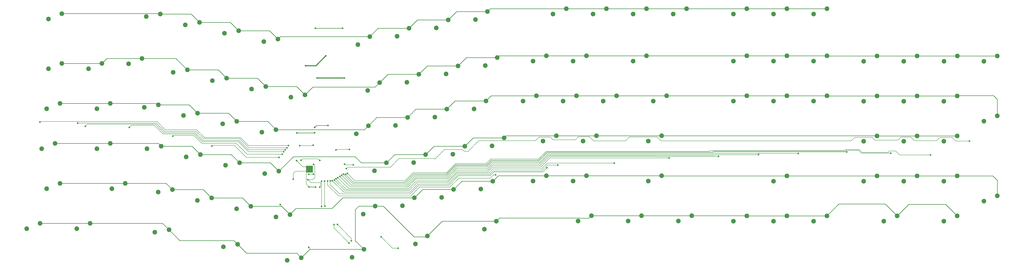
<source format=gbr>
%TF.GenerationSoftware,KiCad,Pcbnew,(6.0.9)*%
%TF.CreationDate,2022-12-16T23:57:13-05:00*%
%TF.ProjectId,rp2040 keeb,72703230-3430-4206-9b65-65622e6b6963,rev?*%
%TF.SameCoordinates,Original*%
%TF.FileFunction,Copper,L1,Top*%
%TF.FilePolarity,Positive*%
%FSLAX46Y46*%
G04 Gerber Fmt 4.6, Leading zero omitted, Abs format (unit mm)*
G04 Created by KiCad (PCBNEW (6.0.9)) date 2022-12-16 23:57:13*
%MOMM*%
%LPD*%
G01*
G04 APERTURE LIST*
%TA.AperFunction,ComponentPad*%
%ADD10C,2.200000*%
%TD*%
%TA.AperFunction,SMDPad,CuDef*%
%ADD11R,3.200000X3.200000*%
%TD*%
%TA.AperFunction,ViaPad*%
%ADD12C,0.800000*%
%TD*%
%TA.AperFunction,Conductor*%
%ADD13C,0.250000*%
%TD*%
%TA.AperFunction,Conductor*%
%ADD14C,0.150000*%
%TD*%
%TA.AperFunction,Conductor*%
%ADD15C,0.500000*%
%TD*%
G04 APERTURE END LIST*
D10*
%TO.P,SW103,1,1*%
%TO.N,row 1*%
X507210000Y-118378750D03*
%TO.P,SW103,2,2*%
%TO.N,Net-(D103-Pad2)*%
X500860000Y-120918750D03*
%TD*%
%TO.P,SW16,1,1*%
%TO.N,row 0*%
X147013333Y-102430170D03*
%TO.P,SW16,2,2*%
%TO.N,Net-(D16-Pad2)*%
X140274000Y-103594426D03*
%TD*%
%TO.P,SW14,1,1*%
%TO.N,row 3*%
X104561319Y-160027499D03*
%TO.P,SW14,2,2*%
%TO.N,Net-(D14-Pad2)*%
X98211319Y-162567499D03*
%TD*%
%TO.P,SW12,1,1*%
%TO.N,row 1*%
X119642568Y-119546249D03*
%TO.P,SW12,2,2*%
%TO.N,Net-(D12-Pad2)*%
X113292568Y-122086249D03*
%TD*%
%TO.P,SW64,1,1*%
%TO.N,row 3*%
X316616250Y-156378750D03*
%TO.P,SW64,2,2*%
%TO.N,Net-(D64-Pad2)*%
X310266250Y-158918750D03*
%TD*%
%TO.P,SW99,1,1*%
%TO.N,row 2*%
X488060000Y-137428750D03*
%TO.P,SW99,2,2*%
%TO.N,Net-(D99-Pad2)*%
X481710000Y-139968750D03*
%TD*%
%TO.P,SW9,1,1*%
%TO.N,row 4*%
X80748819Y-179077499D03*
%TO.P,SW9,2,2*%
%TO.N,Net-(D9-Pad2)*%
X74398819Y-181617499D03*
%TD*%
%TO.P,SW51,1,1*%
%TO.N,row 2*%
X264502259Y-143750799D03*
%TO.P,SW51,2,2*%
%TO.N,Net-(D51-Pad2)*%
X258819117Y-147555533D03*
%TD*%
%TO.P,SW3,1,1*%
%TO.N,row 0*%
X81542568Y-98282499D03*
%TO.P,SW3,2,2*%
%TO.N,Net-(D3-Pad2)*%
X75192568Y-100822499D03*
%TD*%
%TO.P,SW71,1,1*%
%TO.N,row 0*%
X359478750Y-95873653D03*
%TO.P,SW71,2,2*%
%TO.N,Net-(D71-Pad2)*%
X353128750Y-98413653D03*
%TD*%
%TO.P,SW17,1,1*%
%TO.N,row 1*%
X141247046Y-125020889D03*
%TO.P,SW17,2,2*%
%TO.N,Net-(D17-Pad2)*%
X134507713Y-126185145D03*
%TD*%
%TO.P,SW100,1,1*%
%TO.N,row 3*%
X488060000Y-156478750D03*
%TO.P,SW100,2,2*%
%TO.N,Net-(D100-Pad2)*%
X481710000Y-159018750D03*
%TD*%
%TO.P,SW97,1,1*%
%TO.N,row 5*%
X478535000Y-194578750D03*
%TO.P,SW97,2,2*%
%TO.N,Net-(D97-Pad2)*%
X472185000Y-197118750D03*
%TD*%
%TO.P,SW95,1,1*%
%TO.N,row 3*%
X469010000Y-156478750D03*
%TO.P,SW95,2,2*%
%TO.N,Net-(D95-Pad2)*%
X462660000Y-159018750D03*
%TD*%
%TO.P,SW110,1,1*%
%TO.N,row 5*%
X230497843Y-189929837D03*
%TO.P,SW110,2,2*%
%TO.N,Net-(D110-Pad2)*%
X224814701Y-193734571D03*
%TD*%
%TO.P,SW59,1,1*%
%TO.N,row 4*%
X311853750Y-175428750D03*
%TO.P,SW59,2,2*%
%TO.N,Net-(D59-Pad2)*%
X305503750Y-177968750D03*
%TD*%
%TO.P,SW11,1,1*%
%TO.N,row 0*%
X128405799Y-98447789D03*
%TO.P,SW11,2,2*%
%TO.N,Net-(D11-Pad2)*%
X121666466Y-99612045D03*
%TD*%
%TO.P,SW40,1,1*%
%TO.N,row 2*%
X227234836Y-151672234D03*
%TO.P,SW40,2,2*%
%TO.N,Net-(D40-Pad2)*%
X221551694Y-155476968D03*
%TD*%
%TO.P,SW105,1,1*%
%TO.N,row 4*%
X507110000Y-175528750D03*
%TO.P,SW105,2,2*%
%TO.N,Net-(D105-Pad2)*%
X500760000Y-178068750D03*
%TD*%
%TO.P,SW4,1,1*%
%TO.N,row 1*%
X81542568Y-121927499D03*
%TO.P,SW4,2,2*%
%TO.N,Net-(D4-Pad2)*%
X75192568Y-124467499D03*
%TD*%
%TO.P,SW33,1,1*%
%TO.N,row 1*%
X197148181Y-136903041D03*
%TO.P,SW33,2,2*%
%TO.N,Net-(D33-Pad2)*%
X190408848Y-138067297D03*
%TD*%
%TO.P,SW47,1,1*%
%TO.N,row 4*%
X267765266Y-182008402D03*
%TO.P,SW47,2,2*%
%TO.N,Net-(D47-Pad2)*%
X262082124Y-185813136D03*
%TD*%
%TO.P,SW84,1,1*%
%TO.N,row 0*%
X426153750Y-95873653D03*
%TO.P,SW84,2,2*%
%TO.N,Net-(D84-Pad2)*%
X419803750Y-98413653D03*
%TD*%
%TO.P,SW8,1,1*%
%TO.N,row 1*%
X100592568Y-121927499D03*
%TO.P,SW8,2,2*%
%TO.N,Net-(D8-Pad2)*%
X94242568Y-124467499D03*
%TD*%
%TO.P,SW102,1,1*%
%TO.N,row 2*%
X507110000Y-137428750D03*
%TO.P,SW102,2,2*%
%TO.N,Net-(D102-Pad2)*%
X500760000Y-139968750D03*
%TD*%
%TO.P,SW34,1,1*%
%TO.N,row 2*%
X183368984Y-153545317D03*
%TO.P,SW34,2,2*%
%TO.N,Net-(D34-Pad2)*%
X176629651Y-154709573D03*
%TD*%
%TO.P,SW93,1,1*%
%TO.N,row 1*%
X469010000Y-118378750D03*
%TO.P,SW93,2,2*%
%TO.N,Net-(D93-Pad2)*%
X462660000Y-120918750D03*
%TD*%
%TO.P,SW10,1,1*%
%TO.N,row 5*%
X95036319Y-198127499D03*
%TO.P,SW10,2,2*%
%TO.N,Net-(D10-Pad2)*%
X88686319Y-200667499D03*
%TD*%
%TO.P,SW31,1,1*%
%TO.N,row 4*%
X171404427Y-190019294D03*
%TO.P,SW31,2,2*%
%TO.N,Net-(D31-Pad2)*%
X164665094Y-191183550D03*
%TD*%
%TO.P,SW96,1,1*%
%TO.N,row 4*%
X469010000Y-175528750D03*
%TO.P,SW96,2,2*%
%TO.N,Net-(D96-Pad2)*%
X462660000Y-178068750D03*
%TD*%
%TO.P,SW15,1,1*%
%TO.N,row 4*%
X111705069Y-179077499D03*
%TO.P,SW15,2,2*%
%TO.N,Net-(D15-Pad2)*%
X105355069Y-181617499D03*
%TD*%
%TO.P,SW101,1,1*%
%TO.N,row 4*%
X488060000Y-175528750D03*
%TO.P,SW101,2,2*%
%TO.N,Net-(D101-Pad2)*%
X481710000Y-178068750D03*
%TD*%
%TO.P,SW13,1,1*%
%TO.N,row 2*%
X104561319Y-140977499D03*
%TO.P,SW13,2,2*%
%TO.N,Net-(D13-Pad2)*%
X98211319Y-143517499D03*
%TD*%
%TO.P,SW81,1,1*%
%TO.N,row 1*%
X407103750Y-118278750D03*
%TO.P,SW81,2,2*%
%TO.N,Net-(D81-Pad2)*%
X400753750Y-120818750D03*
%TD*%
%TO.P,SW104,1,1*%
%TO.N,row 3*%
X507110000Y-156478750D03*
%TO.P,SW104,2,2*%
%TO.N,Net-(D104-Pad2)*%
X500760000Y-159018750D03*
%TD*%
%TO.P,SW20,1,1*%
%TO.N,row 4*%
X134137006Y-182097855D03*
%TO.P,SW20,2,2*%
%TO.N,Net-(D20-Pad2)*%
X127397673Y-183262111D03*
%TD*%
%TO.P,SW78,1,1*%
%TO.N,row 2*%
X369003750Y-137328750D03*
%TO.P,SW78,2,2*%
%TO.N,Net-(D78-Pad2)*%
X362653750Y-139868750D03*
%TD*%
%TO.P,SW85,1,1*%
%TO.N,row 1*%
X426153750Y-118278750D03*
%TO.P,SW85,2,2*%
%TO.N,Net-(D85-Pad2)*%
X419803750Y-120818750D03*
%TD*%
%TO.P,SW92,1,1*%
%TO.N,row 5*%
X445203750Y-194578750D03*
%TO.P,SW92,2,2*%
%TO.N,Net-(D92-Pad2)*%
X438853750Y-197118750D03*
%TD*%
%TO.P,SW28,1,1*%
%TO.N,row 1*%
X178514468Y-132942324D03*
%TO.P,SW28,2,2*%
%TO.N,Net-(D28-Pad2)*%
X171775135Y-134106580D03*
%TD*%
%TO.P,SW76,1,1*%
%TO.N,row 0*%
X378528750Y-95873653D03*
%TO.P,SW76,2,2*%
%TO.N,Net-(D76-Pad2)*%
X372178750Y-98413653D03*
%TD*%
%TO.P,SW37,1,1*%
%TO.N,row 5*%
X195394278Y-214594079D03*
%TO.P,SW37,2,2*%
%TO.N,Net-(D37-Pad2)*%
X188654945Y-215758335D03*
%TD*%
%TO.P,SW46,1,1*%
%TO.N,row 3*%
X254487693Y-165355049D03*
%TO.P,SW46,2,2*%
%TO.N,Net-(D46-Pad2)*%
X248804551Y-169159783D03*
%TD*%
%TO.P,SW58,1,1*%
%TO.N,row 3*%
X291755117Y-157433614D03*
%TO.P,SW58,2,2*%
%TO.N,Net-(D58-Pad2)*%
X286071975Y-161238348D03*
%TD*%
%TO.P,SW41,1,1*%
%TO.N,row 3*%
X235853981Y-169315767D03*
%TO.P,SW41,2,2*%
%TO.N,Net-(D41-Pad2)*%
X230170839Y-173120501D03*
%TD*%
%TO.P,SW5,1,1*%
%TO.N,row 2*%
X80748819Y-140981249D03*
%TO.P,SW5,2,2*%
%TO.N,Net-(D5-Pad2)*%
X74398819Y-143521249D03*
%TD*%
%TO.P,SW75,1,1*%
%TO.N,row 5*%
X357097500Y-194478750D03*
%TO.P,SW75,2,2*%
%TO.N,Net-(D75-Pad2)*%
X350747500Y-197018750D03*
%TD*%
%TO.P,SW98,1,1*%
%TO.N,row 1*%
X488060000Y-118378750D03*
%TO.P,SW98,2,2*%
%TO.N,Net-(D98-Pad2)*%
X481710000Y-120918750D03*
%TD*%
%TO.P,SW49,1,1*%
%TO.N,row 0*%
X265200116Y-101221236D03*
%TO.P,SW49,2,2*%
%TO.N,Net-(D49-Pad2)*%
X259516974Y-105025970D03*
%TD*%
%TO.P,SW42,1,1*%
%TO.N,row 4*%
X249131555Y-185969120D03*
%TO.P,SW42,2,2*%
%TO.N,Net-(D42-Pad2)*%
X243448413Y-189773854D03*
%TD*%
%TO.P,SW62,1,1*%
%TO.N,row 1*%
X311853750Y-118278750D03*
%TO.P,SW62,2,2*%
%TO.N,Net-(D62-Pad2)*%
X305503750Y-120818750D03*
%TD*%
%TO.P,SW108,1,1*%
%TO.N,row 2*%
X526160000Y-146953750D03*
%TO.P,SW108,2,2*%
%TO.N,Net-(D108-Pad2)*%
X519810000Y-149493750D03*
%TD*%
%TO.P,SW86,1,1*%
%TO.N,row 2*%
X426153750Y-137328750D03*
%TO.P,SW86,2,2*%
%TO.N,Net-(D86-Pad2)*%
X419803750Y-139868750D03*
%TD*%
%TO.P,SW26,1,1*%
%TO.N,row 4*%
X152770712Y-186058573D03*
%TO.P,SW26,2,2*%
%TO.N,Net-(D26-Pad2)*%
X146031379Y-187222829D03*
%TD*%
%TO.P,SW30,1,1*%
%TO.N,row 3*%
X166077036Y-169311075D03*
%TO.P,SW30,2,2*%
%TO.N,Net-(D30-Pad2)*%
X159337703Y-170475331D03*
%TD*%
%TO.P,SW22,1,1*%
%TO.N,row 0*%
X165647046Y-106390886D03*
%TO.P,SW22,2,2*%
%TO.N,Net-(D22-Pad2)*%
X158907713Y-107555142D03*
%TD*%
%TO.P,SW60,1,1*%
%TO.N,row 5*%
X288038304Y-197152915D03*
%TO.P,SW60,2,2*%
%TO.N,Net-(D60-Pad2)*%
X282355162Y-200957649D03*
%TD*%
%TO.P,SW48,1,1*%
%TO.N,row 5*%
X225141705Y-210543908D03*
%TO.P,SW48,2,2*%
%TO.N,Net-(D48-Pad2)*%
X219458563Y-214348642D03*
%TD*%
%TO.P,SW7,1,1*%
%TO.N,row 5*%
X71223819Y-198127499D03*
%TO.P,SW7,2,2*%
%TO.N,Net-(D7-Pad2)*%
X64873819Y-200667499D03*
%TD*%
%TO.P,SW63,1,1*%
%TO.N,row 2*%
X307091250Y-137328750D03*
%TO.P,SW63,2,2*%
%TO.N,Net-(D63-Pad2)*%
X300741250Y-139868750D03*
%TD*%
%TO.P,SW55,1,1*%
%TO.N,row 0*%
X283833828Y-97260519D03*
%TO.P,SW55,2,2*%
%TO.N,Net-(D55-Pad2)*%
X278150686Y-101065253D03*
%TD*%
%TO.P,SW61,1,1*%
%TO.N,row 0*%
X321378750Y-95873653D03*
%TO.P,SW61,2,2*%
%TO.N,Net-(D61-Pad2)*%
X315028750Y-98413653D03*
%TD*%
%TO.P,SW24,1,1*%
%TO.N,row 2*%
X146101560Y-145623885D03*
%TO.P,SW24,2,2*%
%TO.N,Net-(D24-Pad2)*%
X139362227Y-146788141D03*
%TD*%
%TO.P,SW6,1,1*%
%TO.N,row 3*%
X78367569Y-160027499D03*
%TO.P,SW6,2,2*%
%TO.N,Net-(D6-Pad2)*%
X72017569Y-162567499D03*
%TD*%
%TO.P,SW66,1,1*%
%TO.N,row 5*%
X333285000Y-194478750D03*
%TO.P,SW66,2,2*%
%TO.N,Net-(D66-Pad2)*%
X326935000Y-197018750D03*
%TD*%
%TO.P,SW94,1,1*%
%TO.N,row 2*%
X469010000Y-137428750D03*
%TO.P,SW94,2,2*%
%TO.N,Net-(D94-Pad2)*%
X462660000Y-139968750D03*
%TD*%
%TO.P,SW36,1,1*%
%TO.N,row 4*%
X190038139Y-193980007D03*
%TO.P,SW36,2,2*%
%TO.N,Net-(D36-Pad2)*%
X183298806Y-195144263D03*
%TD*%
%TO.P,SW50,1,1*%
%TO.N,row 1*%
X269858397Y-123136728D03*
%TO.P,SW50,2,2*%
%TO.N,Net-(D50-Pad2)*%
X264175255Y-126941462D03*
%TD*%
%TO.P,SW80,1,1*%
%TO.N,row 0*%
X407103750Y-95873653D03*
%TO.P,SW80,2,2*%
%TO.N,Net-(D80-Pad2)*%
X400753750Y-98413653D03*
%TD*%
%TO.P,SW109,1,1*%
%TO.N,row 4*%
X526160000Y-185053750D03*
%TO.P,SW109,2,2*%
%TO.N,Net-(D109-Pad2)*%
X519810000Y-187593750D03*
%TD*%
%TO.P,SW29,1,1*%
%TO.N,row 2*%
X164735272Y-149584602D03*
%TO.P,SW29,2,2*%
%TO.N,Net-(D29-Pad2)*%
X157995939Y-150748858D03*
%TD*%
%TO.P,SW88,1,1*%
%TO.N,row 5*%
X426153750Y-194578750D03*
%TO.P,SW88,2,2*%
%TO.N,Net-(D88-Pad2)*%
X419803750Y-197118750D03*
%TD*%
%TO.P,SW44,1,1*%
%TO.N,row 1*%
X251224686Y-127097446D03*
%TO.P,SW44,2,2*%
%TO.N,Net-(D44-Pad2)*%
X245541544Y-130902180D03*
%TD*%
%TO.P,SW82,1,1*%
%TO.N,row 2*%
X407103750Y-137328750D03*
%TO.P,SW82,2,2*%
%TO.N,Net-(D82-Pad2)*%
X400753750Y-139868750D03*
%TD*%
%TO.P,SW72,1,1*%
%TO.N,row 2*%
X345191250Y-137328750D03*
%TO.P,SW72,2,2*%
%TO.N,Net-(D72-Pad2)*%
X338841250Y-139868750D03*
%TD*%
%TO.P,SW32,1,1*%
%TO.N,row 5*%
X165114496Y-208157912D03*
%TO.P,SW32,2,2*%
%TO.N,Net-(D32-Pad2)*%
X158375163Y-209322168D03*
%TD*%
%TO.P,SW91,1,1*%
%TO.N,row 2*%
X445203750Y-137328750D03*
%TO.P,SW91,2,2*%
%TO.N,Net-(D91-Pad2)*%
X438853750Y-139868750D03*
%TD*%
%TO.P,SW89,1,1*%
%TO.N,row 0*%
X445203750Y-95873653D03*
%TO.P,SW89,2,2*%
%TO.N,Net-(D89-Pad2)*%
X438853750Y-98413653D03*
%TD*%
%TO.P,SW79,1,1*%
%TO.N,row 5*%
X380910000Y-194478750D03*
%TO.P,SW79,2,2*%
%TO.N,Net-(D79-Pad2)*%
X374560000Y-197018750D03*
%TD*%
%TO.P,SW27,1,1*%
%TO.N,row 0*%
X184280756Y-110351605D03*
%TO.P,SW27,2,2*%
%TO.N,Net-(D27-Pad2)*%
X177541423Y-111515861D03*
%TD*%
%TO.P,SW68,1,1*%
%TO.N,row 1*%
X330903750Y-118278750D03*
%TO.P,SW68,2,2*%
%TO.N,Net-(D68-Pad2)*%
X324553750Y-120818750D03*
%TD*%
%TO.P,SW70,1,1*%
%TO.N,row 3*%
X335666250Y-156378750D03*
%TO.P,SW70,2,2*%
%TO.N,Net-(D70-Pad2)*%
X329316250Y-158918750D03*
%TD*%
%TO.P,SW74,1,1*%
%TO.N,row 4*%
X366622500Y-175428750D03*
%TO.P,SW74,2,2*%
%TO.N,Net-(D74-Pad2)*%
X360272500Y-177968750D03*
%TD*%
%TO.P,SW57,1,1*%
%TO.N,row 2*%
X283135971Y-139790081D03*
%TO.P,SW57,2,2*%
%TO.N,Net-(D57-Pad2)*%
X277452829Y-143594815D03*
%TD*%
%TO.P,SW43,1,1*%
%TO.N,row 0*%
X246566404Y-105181954D03*
%TO.P,SW43,2,2*%
%TO.N,Net-(D43-Pad2)*%
X240883262Y-108986688D03*
%TD*%
%TO.P,SW73,1,1*%
%TO.N,row 3*%
X366622500Y-156378750D03*
%TO.P,SW73,2,2*%
%TO.N,Net-(D73-Pad2)*%
X360272500Y-158918750D03*
%TD*%
%TO.P,SW54,1,1*%
%TO.N,row 5*%
X255338304Y-204162915D03*
%TO.P,SW54,2,2*%
%TO.N,Net-(D54-Pad2)*%
X249655162Y-207967649D03*
%TD*%
%TO.P,SW52,1,1*%
%TO.N,row 3*%
X273121405Y-161394331D03*
%TO.P,SW52,2,2*%
%TO.N,Net-(D52-Pad2)*%
X267438263Y-165199065D03*
%TD*%
%TO.P,SW83,1,1*%
%TO.N,row 5*%
X407103750Y-194578750D03*
%TO.P,SW83,2,2*%
%TO.N,Net-(D83-Pad2)*%
X400753750Y-197118750D03*
%TD*%
%TO.P,SW69,1,1*%
%TO.N,row 2*%
X326141250Y-137328750D03*
%TO.P,SW69,2,2*%
%TO.N,Net-(D69-Pad2)*%
X319791250Y-139868750D03*
%TD*%
%TO.P,SW35,1,1*%
%TO.N,row 3*%
X184710751Y-173271793D03*
%TO.P,SW35,2,2*%
%TO.N,Net-(D35-Pad2)*%
X177971418Y-174436049D03*
%TD*%
%TO.P,SW56,1,1*%
%TO.N,row 1*%
X288492109Y-119176011D03*
%TO.P,SW56,2,2*%
%TO.N,Net-(D56-Pad2)*%
X282808967Y-122980745D03*
%TD*%
%TO.P,SW39,1,1*%
%TO.N,row 1*%
X232590974Y-131058164D03*
%TO.P,SW39,2,2*%
%TO.N,Net-(D39-Pad2)*%
X226907832Y-134862898D03*
%TD*%
%TO.P,SW106,1,1*%
%TO.N,row 5*%
X507110000Y-194578750D03*
%TO.P,SW106,2,2*%
%TO.N,Net-(D106-Pad2)*%
X500760000Y-197118750D03*
%TD*%
%TO.P,SW21,1,1*%
%TO.N,row 5*%
X132505501Y-201226657D03*
%TO.P,SW21,2,2*%
%TO.N,Net-(D21-Pad2)*%
X125766168Y-202390913D03*
%TD*%
%TO.P,SW25,1,1*%
%TO.N,row 3*%
X147443324Y-165350355D03*
%TO.P,SW25,2,2*%
%TO.N,Net-(D25-Pad2)*%
X140703991Y-166514611D03*
%TD*%
%TO.P,SW67,1,1*%
%TO.N,row 0*%
X340428750Y-95873653D03*
%TO.P,SW67,2,2*%
%TO.N,Net-(D67-Pad2)*%
X334078750Y-98413653D03*
%TD*%
%TO.P,SW23,1,1*%
%TO.N,row 1*%
X159880756Y-128981605D03*
%TO.P,SW23,2,2*%
%TO.N,Net-(D23-Pad2)*%
X153141423Y-130145861D03*
%TD*%
%TO.P,SW18,1,1*%
%TO.N,row 2*%
X127467849Y-141663163D03*
%TO.P,SW18,2,2*%
%TO.N,Net-(D18-Pad2)*%
X120728516Y-142827419D03*
%TD*%
%TO.P,SW77,1,1*%
%TO.N,row 1*%
X359478750Y-118278750D03*
%TO.P,SW77,2,2*%
%TO.N,Net-(D77-Pad2)*%
X353128750Y-120818750D03*
%TD*%
%TO.P,SW38,1,1*%
%TO.N,row 0*%
X227932692Y-109142672D03*
%TO.P,SW38,2,2*%
%TO.N,Net-(D38-Pad2)*%
X222249550Y-112947406D03*
%TD*%
%TO.P,SW107,1,1*%
%TO.N,row 1*%
X526160000Y-118378750D03*
%TO.P,SW107,2,2*%
%TO.N,Net-(D107-Pad2)*%
X519810000Y-120918750D03*
%TD*%
%TO.P,SW90,1,1*%
%TO.N,row 1*%
X445203750Y-118278750D03*
%TO.P,SW90,2,2*%
%TO.N,Net-(D90-Pad2)*%
X438853750Y-120818750D03*
%TD*%
%TO.P,SW45,1,1*%
%TO.N,row 2*%
X245868547Y-147711517D03*
%TO.P,SW45,2,2*%
%TO.N,Net-(D45-Pad2)*%
X240185405Y-151516251D03*
%TD*%
%TO.P,SW19,1,1*%
%TO.N,row 3*%
X128809613Y-161389637D03*
%TO.P,SW19,2,2*%
%TO.N,Net-(D19-Pad2)*%
X122070280Y-162553893D03*
%TD*%
%TO.P,SW53,1,1*%
%TO.N,row 4*%
X286398977Y-178047684D03*
%TO.P,SW53,2,2*%
%TO.N,Net-(D53-Pad2)*%
X280715835Y-181852418D03*
%TD*%
%TO.P,SW65,1,1*%
%TO.N,row 4*%
X330903750Y-175428750D03*
%TO.P,SW65,2,2*%
%TO.N,Net-(D65-Pad2)*%
X324553750Y-177968750D03*
%TD*%
%TO.P,SW87,1,1*%
%TO.N,row 4*%
X426153750Y-175528750D03*
%TO.P,SW87,2,2*%
%TO.N,Net-(D87-Pad2)*%
X419803750Y-178068750D03*
%TD*%
D11*
%TO.P,U3,57,GND*%
%TO.N,GND*%
X199210000Y-172320000D03*
%TD*%
D12*
%TO.N,VBUS*%
X202050500Y-105150000D03*
X215040000Y-105150000D03*
%TO.N,GND*%
X199040000Y-180770000D03*
X208040000Y-151540000D03*
X201710000Y-152470000D03*
X198110000Y-173370000D03*
X197360000Y-123050000D03*
X193150000Y-168240000D03*
X202090000Y-180860000D03*
X211900000Y-163150000D03*
X198070000Y-171200000D03*
X191540000Y-177090000D03*
X201740000Y-155000000D03*
X218230000Y-162890000D03*
X200290000Y-171170000D03*
X193270000Y-155020000D03*
X200280000Y-173360000D03*
X207080000Y-118320000D03*
%TO.N,+3V3*%
X198927826Y-174778291D03*
X201095500Y-174710000D03*
X202910000Y-128930000D03*
X194620000Y-161190000D03*
X204166250Y-168176250D03*
X215860000Y-128900000D03*
X195240000Y-168120000D03*
X200990000Y-160900000D03*
%TO.N,+1V1*%
X204170000Y-180870000D03*
X201240000Y-170040000D03*
X198460000Y-177320000D03*
%TO.N,col 0*%
X71180000Y-149890000D03*
X189300000Y-161110000D03*
%TO.N,col 1*%
X188625500Y-162140000D03*
X89100000Y-150360000D03*
%TO.N,col 2*%
X187730000Y-163100000D03*
X92730000Y-151930000D03*
%TO.N,col 3*%
X113670000Y-152430000D03*
X186990000Y-164010000D03*
%TO.N,col 4*%
X186260000Y-165180000D03*
X134340000Y-156610000D03*
%TO.N,col 5*%
X184770000Y-166700000D03*
X152880000Y-161360000D03*
%TO.N,col 8*%
X210910000Y-198715500D03*
X205040000Y-190130000D03*
X218080000Y-207530000D03*
X205050000Y-178120000D03*
%TO.N,col 9*%
X212510000Y-198670000D03*
X219160000Y-206440000D03*
X206440000Y-178000000D03*
X233350000Y-204590000D03*
X206630000Y-189950000D03*
X241440000Y-209970000D03*
%TO.N,col 10*%
X207930000Y-177970000D03*
X287700000Y-175080000D03*
%TO.N,col 11*%
X312090000Y-171670000D03*
X209130000Y-177890000D03*
%TO.N,col 12*%
X210130000Y-177800000D03*
X317270000Y-170410000D03*
%TO.N,col 13*%
X344120000Y-169410000D03*
X211077064Y-177480508D03*
%TO.N,col 14*%
X370180000Y-166990000D03*
X211868619Y-176870225D03*
%TO.N,col 15*%
X393630000Y-166210000D03*
X212731471Y-176365754D03*
%TO.N,col 16*%
X412710000Y-165420000D03*
X213720000Y-175800000D03*
%TO.N,col 17*%
X431550000Y-164900000D03*
X214560000Y-175240000D03*
%TO.N,col 18*%
X454610000Y-164150000D03*
X215395001Y-174690657D03*
%TO.N,col 19*%
X216400000Y-174770000D03*
X475500000Y-164710000D03*
%TO.N,col 20*%
X217291713Y-174318500D03*
X494420000Y-165520000D03*
%TO.N,col 21*%
X512960000Y-158920000D03*
X216810000Y-172100000D03*
%TO.N,Net-(R1-Pad1)*%
X215910337Y-169928943D03*
X220050000Y-170270000D03*
%TO.N,row 5*%
X198920000Y-209610000D03*
%TO.N,row 4*%
X185330000Y-189180000D03*
%TD*%
D13*
%TO.N,VBUS*%
X215040000Y-105150000D02*
X202050500Y-105150000D01*
D14*
%TO.N,GND*%
X198070000Y-171200000D02*
X196110000Y-171200000D01*
D13*
X193270000Y-155020000D02*
X201720000Y-155020000D01*
X199040000Y-180770000D02*
X202000000Y-180770000D01*
X208040000Y-151540000D02*
X202640000Y-151540000D01*
D14*
X196110000Y-171200000D02*
X193150000Y-168240000D01*
D13*
X201720000Y-155020000D02*
X201740000Y-155000000D01*
D15*
X197360000Y-123050000D02*
X202350000Y-123050000D01*
D14*
X192620000Y-173370000D02*
X198110000Y-173370000D01*
X197690000Y-173790000D02*
X198110000Y-173370000D01*
X199040000Y-180770000D02*
X197690000Y-179420000D01*
X191540000Y-174450000D02*
X192620000Y-173370000D01*
D15*
X202350000Y-123050000D02*
X207080000Y-118320000D01*
D13*
X202000000Y-180770000D02*
X202090000Y-180860000D01*
D14*
X197690000Y-179420000D02*
X197690000Y-173790000D01*
X212160000Y-162890000D02*
X211900000Y-163150000D01*
D13*
X202640000Y-151540000D02*
X201710000Y-152470000D01*
D14*
X218230000Y-162890000D02*
X212160000Y-162890000D01*
X191540000Y-177090000D02*
X191540000Y-174450000D01*
%TO.N,+3V3*%
X201095500Y-174710000D02*
X198996117Y-174710000D01*
X194620000Y-161190000D02*
X200700000Y-161190000D01*
D15*
X202940000Y-128900000D02*
X202910000Y-128930000D01*
D14*
X195930000Y-167430000D02*
X195240000Y-168120000D01*
X200700000Y-161190000D02*
X200990000Y-160900000D01*
X203420000Y-167430000D02*
X195930000Y-167430000D01*
X204166250Y-168176250D02*
X203420000Y-167430000D01*
X198996117Y-174710000D02*
X198927826Y-174778291D01*
D15*
X215860000Y-128900000D02*
X202940000Y-128900000D01*
D14*
%TO.N,+1V1*%
X200850000Y-177320000D02*
X201770000Y-176400000D01*
X204560000Y-178760000D02*
X204560000Y-180480000D01*
X198460000Y-177320000D02*
X200850000Y-177320000D01*
X204560000Y-180480000D02*
X204170000Y-180870000D01*
X201770000Y-170570000D02*
X201240000Y-170040000D01*
X199900000Y-178760000D02*
X204560000Y-178760000D01*
X201770000Y-176400000D02*
X201770000Y-170570000D01*
X198460000Y-177320000D02*
X199900000Y-178760000D01*
%TO.N,col 0*%
X149370000Y-157300000D02*
X145590000Y-153520000D01*
X126850000Y-149670000D02*
X71400000Y-149670000D01*
X71400000Y-149670000D02*
X71180000Y-149890000D01*
X170330000Y-161110000D02*
X166520000Y-157300000D01*
X166520000Y-157300000D02*
X149370000Y-157300000D01*
X130700000Y-153520000D02*
X126850000Y-149670000D01*
X189300000Y-161110000D02*
X170330000Y-161110000D01*
X145590000Y-153520000D02*
X130700000Y-153520000D01*
%TO.N,col 1*%
X126440000Y-150380000D02*
X126420000Y-150360000D01*
X188625500Y-162140000D02*
X170470000Y-162140000D01*
X148870000Y-157790000D02*
X145340000Y-154260000D01*
X145340000Y-154260000D02*
X130320000Y-154260000D01*
X130320000Y-154260000D02*
X129650000Y-153590000D01*
X170470000Y-162140000D02*
X166230000Y-157900000D01*
X129650000Y-153590000D02*
X126440000Y-150380000D01*
X166120000Y-157790000D02*
X148870000Y-157790000D01*
X126420000Y-150360000D02*
X89100000Y-150360000D01*
X166230000Y-157900000D02*
X166120000Y-157790000D01*
%TO.N,col 2*%
X126000000Y-150870000D02*
X93790000Y-150870000D01*
X144450000Y-154940000D02*
X130070000Y-154940000D01*
X148450000Y-158560000D02*
X144830000Y-154940000D01*
X169280000Y-162160000D02*
X165740000Y-158620000D01*
X148510000Y-158620000D02*
X148450000Y-158560000D01*
X93790000Y-150870000D02*
X92730000Y-151930000D01*
X187730000Y-163100000D02*
X170220000Y-163100000D01*
X130070000Y-154940000D02*
X126000000Y-150870000D01*
X165740000Y-158620000D02*
X148510000Y-158620000D01*
X170220000Y-163100000D02*
X169280000Y-162160000D01*
X144830000Y-154940000D02*
X144450000Y-154940000D01*
%TO.N,col 3*%
X169500000Y-163260000D02*
X165480000Y-159240000D01*
X148090000Y-159010000D02*
X144680000Y-155600000D01*
X127500000Y-153470000D02*
X125450000Y-151420000D01*
X144680000Y-155600000D02*
X138690000Y-155600000D01*
X125450000Y-151420000D02*
X123080000Y-151420000D01*
X170250000Y-164010000D02*
X169500000Y-163260000D01*
X114680000Y-151420000D02*
X113670000Y-152430000D01*
X129630000Y-155600000D02*
X127500000Y-153470000D01*
X148320000Y-159240000D02*
X148090000Y-159010000D01*
X162670000Y-159240000D02*
X148320000Y-159240000D01*
X123080000Y-151420000D02*
X114680000Y-151420000D01*
X138690000Y-155600000D02*
X129630000Y-155600000D01*
X165480000Y-159240000D02*
X162670000Y-159240000D01*
X186990000Y-164010000D02*
X170250000Y-164010000D01*
%TO.N,col 4*%
X168970000Y-164530000D02*
X164450000Y-160010000D01*
X144340000Y-156240000D02*
X134710000Y-156240000D01*
X148250000Y-160010000D02*
X148110000Y-160010000D01*
X186260000Y-165180000D02*
X169620000Y-165180000D01*
X148110000Y-160010000D02*
X144340000Y-156240000D01*
X134710000Y-156240000D02*
X134340000Y-156610000D01*
X164450000Y-160010000D02*
X148250000Y-160010000D01*
X169620000Y-165180000D02*
X168970000Y-164530000D01*
%TO.N,col 5*%
X169010000Y-166470000D02*
X163540000Y-161000000D01*
X163350000Y-161000000D02*
X153240000Y-161000000D01*
X169240000Y-166700000D02*
X169010000Y-166470000D01*
X184770000Y-166700000D02*
X169240000Y-166700000D01*
X153240000Y-161000000D02*
X152880000Y-161360000D01*
X163540000Y-161000000D02*
X163350000Y-161000000D01*
%TO.N,col 8*%
X205050000Y-178120000D02*
X205050000Y-190120000D01*
X210910000Y-200360000D02*
X218080000Y-207530000D01*
X210910000Y-198715500D02*
X210910000Y-200360000D01*
X205050000Y-190120000D02*
X205040000Y-190130000D01*
%TO.N,col 9*%
X206440000Y-178000000D02*
X206440000Y-189650000D01*
X233350000Y-204590000D02*
X238730000Y-209970000D01*
X212510000Y-198670000D02*
X219160000Y-205320000D01*
X238730000Y-209970000D02*
X241440000Y-209970000D01*
X206630000Y-189840000D02*
X206630000Y-189950000D01*
X219160000Y-205320000D02*
X219160000Y-206440000D01*
X206540000Y-189750000D02*
X206630000Y-189840000D01*
X206440000Y-189650000D02*
X206540000Y-189750000D01*
%TO.N,col 10*%
X270270000Y-176620000D02*
X285210000Y-176620000D01*
X247380000Y-185100000D02*
X251600000Y-180880000D01*
X207930000Y-177970000D02*
X207930000Y-179920000D01*
X286750000Y-175080000D02*
X287700000Y-175080000D01*
X207930000Y-179920000D02*
X213110000Y-185100000D01*
X213110000Y-185100000D02*
X247380000Y-185100000D01*
X251600000Y-180880000D02*
X266010000Y-180880000D01*
X266010000Y-180880000D02*
X270270000Y-176620000D01*
X285210000Y-176620000D02*
X286750000Y-175080000D01*
%TO.N,col 11*%
X213520000Y-184070000D02*
X247170000Y-184070000D01*
X310010000Y-173710000D02*
X310060000Y-173760000D01*
X285060000Y-175500000D02*
X286850000Y-173710000D01*
X251140000Y-180100000D02*
X265510000Y-180100000D01*
X209130000Y-177890000D02*
X209130000Y-179680000D01*
X310060000Y-173760000D02*
X312090000Y-171730000D01*
X265510000Y-180100000D02*
X270110000Y-175500000D01*
X247170000Y-184070000D02*
X251140000Y-180100000D01*
X312090000Y-171730000D02*
X312090000Y-171670000D01*
X270110000Y-175500000D02*
X285060000Y-175500000D01*
X209130000Y-179680000D02*
X213520000Y-184070000D01*
X286850000Y-173710000D02*
X310010000Y-173710000D01*
%TO.N,col 12*%
X286540000Y-173180000D02*
X309625405Y-173180000D01*
X215680000Y-183350000D02*
X246990000Y-183350000D01*
X246990000Y-183350000D02*
X250930000Y-179410000D01*
X284880000Y-174870000D02*
X284880000Y-174840000D01*
X269940000Y-174870000D02*
X284880000Y-174870000D01*
X284880000Y-174840000D02*
X286540000Y-173180000D01*
X250930000Y-179410000D02*
X265400000Y-179410000D01*
X312395405Y-170410000D02*
X317270000Y-170410000D01*
X210130000Y-177800000D02*
X215680000Y-183350000D01*
X309625405Y-173180000D02*
X312395405Y-170410000D01*
X265400000Y-179410000D02*
X269940000Y-174870000D01*
%TO.N,col 13*%
X250530000Y-178560000D02*
X265150000Y-178560000D01*
X286410000Y-172250000D02*
X309500000Y-172250000D01*
X246490000Y-182600000D02*
X250530000Y-178560000D01*
X284470000Y-174190000D02*
X286410000Y-172250000D01*
X312340000Y-169410000D02*
X344120000Y-169410000D01*
X265150000Y-178560000D02*
X269520000Y-174190000D01*
X309500000Y-172250000D02*
X312340000Y-169410000D01*
X269520000Y-174190000D02*
X284470000Y-174190000D01*
X211077064Y-177480508D02*
X211120508Y-177480508D01*
X211120508Y-177480508D02*
X216240000Y-182600000D01*
X216240000Y-182600000D02*
X246490000Y-182600000D01*
%TO.N,col 14*%
X211868619Y-177128619D02*
X216750000Y-182010000D01*
X265040000Y-177940000D02*
X269370000Y-173610000D01*
X250120000Y-177940000D02*
X265040000Y-177940000D01*
X313500000Y-166990000D02*
X370180000Y-166990000D01*
X283940000Y-173610000D02*
X286160000Y-171390000D01*
X211868619Y-176870225D02*
X211868619Y-177128619D01*
X216750000Y-182010000D02*
X246050000Y-182010000D01*
X269370000Y-173610000D02*
X283940000Y-173610000D01*
X309100000Y-171390000D02*
X313500000Y-166990000D01*
X246050000Y-182010000D02*
X250120000Y-177940000D01*
X286160000Y-171390000D02*
X309100000Y-171390000D01*
%TO.N,col 15*%
X313180000Y-166250000D02*
X363820000Y-166250000D01*
X245540000Y-181370000D02*
X249900000Y-177010000D01*
X308780000Y-170650000D02*
X313180000Y-166250000D01*
X217735717Y-181370000D02*
X245540000Y-181370000D01*
X308780000Y-170660000D02*
X308780000Y-170650000D01*
X269210000Y-172740000D02*
X283910000Y-172740000D01*
X264940000Y-177050000D02*
X269210000Y-172780000D01*
X363820000Y-166250000D02*
X363870000Y-166300000D01*
X212731471Y-176365754D02*
X217735717Y-181370000D01*
X283910000Y-172740000D02*
X285990000Y-170660000D01*
X249900000Y-177010000D02*
X264900000Y-177010000D01*
X363870000Y-166300000D02*
X393540000Y-166300000D01*
X393540000Y-166300000D02*
X393630000Y-166210000D01*
X285990000Y-170660000D02*
X308780000Y-170660000D01*
X264900000Y-177010000D02*
X264940000Y-177050000D01*
X269210000Y-172780000D02*
X269210000Y-172740000D01*
%TO.N,col 16*%
X269070000Y-172020000D02*
X264710000Y-176380000D01*
X283900000Y-171930000D02*
X269070000Y-171930000D01*
X218440000Y-180520000D02*
X213720000Y-175800000D01*
X312720000Y-165840000D02*
X308660000Y-169900000D01*
X264710000Y-176380000D02*
X249700000Y-176380000D01*
X412700000Y-165430000D02*
X392180000Y-165430000D01*
X308660000Y-169900000D02*
X285930000Y-169900000D01*
X285930000Y-169900000D02*
X283900000Y-171930000D01*
X269070000Y-171930000D02*
X269070000Y-172020000D01*
X412710000Y-165420000D02*
X412700000Y-165430000D01*
X392180000Y-165430000D02*
X391770000Y-165840000D01*
X391770000Y-165840000D02*
X312720000Y-165840000D01*
X249700000Y-176380000D02*
X245560000Y-180520000D01*
X245560000Y-180520000D02*
X218440000Y-180520000D01*
%TO.N,col 17*%
X219200000Y-179880000D02*
X214560000Y-175240000D01*
X308230000Y-169210000D02*
X308170000Y-169150000D01*
X412295405Y-164880000D02*
X391600000Y-164880000D01*
X413124595Y-164880000D02*
X412989595Y-164745000D01*
X283790000Y-171130000D02*
X269170000Y-171130000D01*
X412989595Y-164745000D02*
X412430405Y-164745000D01*
X431530000Y-164880000D02*
X413124595Y-164880000D01*
X245350000Y-179880000D02*
X219200000Y-179880000D01*
X391600000Y-164880000D02*
X391300000Y-165180000D01*
X308170000Y-169150000D02*
X285770000Y-169150000D01*
X285770000Y-169150000D02*
X283790000Y-171130000D01*
X412430405Y-164745000D02*
X412295405Y-164880000D01*
X391300000Y-165180000D02*
X312560000Y-165180000D01*
X264560000Y-175740000D02*
X249490000Y-175740000D01*
X431550000Y-164900000D02*
X431530000Y-164880000D01*
X269170000Y-171130000D02*
X264560000Y-175740000D01*
X312560000Y-165180000D02*
X308530000Y-169210000D01*
X308530000Y-169210000D02*
X308230000Y-169210000D01*
X249490000Y-175740000D02*
X245350000Y-179880000D01*
%TO.N,col 18*%
X312210000Y-164610000D02*
X379320000Y-164610000D01*
X379320000Y-164610000D02*
X379370000Y-164660000D01*
X379370000Y-164660000D02*
X391010000Y-164660000D01*
X308260000Y-168540000D02*
X308280000Y-168540000D01*
X249450000Y-175120000D02*
X264300000Y-175120000D01*
X215395001Y-174825001D02*
X219710000Y-179140000D01*
X215395001Y-174690657D02*
X215395001Y-174825001D01*
X283580000Y-170520000D02*
X283660000Y-170520000D01*
X391430000Y-164240000D02*
X391520000Y-164150000D01*
X391520000Y-164150000D02*
X454610000Y-164150000D01*
X285610000Y-168570000D02*
X285640000Y-168540000D01*
X285640000Y-168540000D02*
X308260000Y-168540000D01*
X283660000Y-170520000D02*
X285610000Y-168570000D01*
X391010000Y-164660000D02*
X391430000Y-164240000D01*
X245070000Y-179060000D02*
X249010000Y-175120000D01*
X264400000Y-175120000D02*
X268950000Y-170570000D01*
X308280000Y-168540000D02*
X312210000Y-164610000D01*
X244990000Y-179140000D02*
X245070000Y-179060000D01*
X268950000Y-170570000D02*
X269000000Y-170520000D01*
X219710000Y-179140000D02*
X244990000Y-179140000D01*
X269000000Y-170520000D02*
X283580000Y-170520000D01*
X264300000Y-175120000D02*
X264400000Y-175120000D01*
X249010000Y-175120000D02*
X249450000Y-175120000D01*
%TO.N,col 19*%
X285550000Y-168120000D02*
X307940000Y-168120000D01*
X216400000Y-174770000D02*
X216400000Y-174860000D01*
X248670000Y-174620000D02*
X264250000Y-174620000D01*
X220100000Y-178560000D02*
X244720000Y-178560000D01*
X285480000Y-168190000D02*
X285550000Y-168120000D01*
X452910000Y-163800000D02*
X453980000Y-163800000D01*
X268780000Y-170170000D02*
X271810000Y-170170000D01*
X390660000Y-164230000D02*
X391140000Y-163750000D01*
X283500000Y-170170000D02*
X285480000Y-168190000D01*
X336410000Y-164200000D02*
X336440000Y-164230000D01*
X461440000Y-164600000D02*
X461550000Y-164710000D01*
X307940000Y-168120000D02*
X308170000Y-168120000D01*
X248590000Y-174700000D02*
X248670000Y-174620000D01*
X244730000Y-178560000D02*
X248590000Y-174700000D01*
X268730000Y-170220000D02*
X268780000Y-170170000D01*
X264330000Y-174620000D02*
X268730000Y-170220000D01*
X220050000Y-178510000D02*
X220100000Y-178560000D01*
X271810000Y-170170000D02*
X283500000Y-170170000D01*
X308170000Y-168120000D02*
X312090000Y-164200000D01*
X336440000Y-164230000D02*
X390660000Y-164230000D01*
X454430000Y-163350000D02*
X460190000Y-163350000D01*
X264250000Y-174620000D02*
X264330000Y-174620000D01*
X461550000Y-164710000D02*
X475500000Y-164710000D01*
X216400000Y-174860000D02*
X220050000Y-178510000D01*
X453980000Y-163800000D02*
X454430000Y-163350000D01*
X391140000Y-163750000D02*
X391190000Y-163800000D01*
X391190000Y-163800000D02*
X452910000Y-163800000D01*
X460190000Y-163350000D02*
X461440000Y-164600000D01*
X312090000Y-164200000D02*
X336410000Y-164200000D01*
X244720000Y-178560000D02*
X244730000Y-178560000D01*
%TO.N,col 20*%
X217291713Y-174318500D02*
X220793213Y-177820000D01*
X459850000Y-162980000D02*
X460520000Y-162980000D01*
X244700000Y-177820000D02*
X248530000Y-173990000D01*
X396510000Y-163450000D02*
X453550000Y-163450000D01*
X396460000Y-163400000D02*
X396510000Y-163450000D01*
X453550000Y-163450000D02*
X453910000Y-163090000D01*
X220793213Y-177820000D02*
X244250000Y-177820000D01*
X389270000Y-163880000D02*
X389750000Y-163400000D01*
X285260000Y-167660000D02*
X285260000Y-167500000D01*
X461900000Y-164360000D02*
X474230000Y-164360000D01*
X479720000Y-165520000D02*
X494420000Y-165520000D01*
X263790000Y-174050000D02*
X264330000Y-174050000D01*
X248530000Y-173990000D02*
X263730000Y-173990000D01*
X454020000Y-162980000D02*
X459850000Y-162980000D01*
X479260000Y-165060000D02*
X479720000Y-165520000D01*
X283080000Y-169640000D02*
X283180000Y-169740000D01*
X474240000Y-164360000D02*
X474930000Y-163670000D01*
X268740000Y-169640000D02*
X283080000Y-169640000D01*
X283180000Y-169740000D02*
X285260000Y-167660000D01*
X311710000Y-163850000D02*
X389240000Y-163850000D01*
X474230000Y-164360000D02*
X474240000Y-164360000D01*
X389240000Y-163850000D02*
X389270000Y-163880000D01*
X389750000Y-163400000D02*
X396460000Y-163400000D01*
X307530000Y-167580000D02*
X307980000Y-167580000D01*
X263730000Y-173990000D02*
X263790000Y-174050000D01*
X477870000Y-163670000D02*
X479260000Y-165060000D01*
X264330000Y-174050000D02*
X268740000Y-169640000D01*
X244250000Y-177820000D02*
X244700000Y-177820000D01*
X460520000Y-162980000D02*
X461770000Y-164230000D01*
X307980000Y-167580000D02*
X311650000Y-163910000D01*
X307450000Y-167500000D02*
X307530000Y-167580000D01*
X453910000Y-163090000D02*
X454020000Y-162980000D01*
X311650000Y-163910000D02*
X311710000Y-163850000D01*
X285260000Y-167500000D02*
X307450000Y-167500000D01*
X461770000Y-164230000D02*
X461900000Y-164360000D01*
X474930000Y-163670000D02*
X477870000Y-163670000D01*
%TO.N,col 21*%
X364520000Y-157040000D02*
X366370000Y-158890000D01*
X332380000Y-156960000D02*
X334260000Y-158840000D01*
X486800000Y-158760000D02*
X497320000Y-158760000D01*
X272820000Y-163840000D02*
X274660000Y-163840000D01*
X506440000Y-158920000D02*
X512960000Y-158920000D01*
X216810000Y-172100000D02*
X217530000Y-171380000D01*
X334260000Y-158840000D02*
X349520000Y-158840000D01*
X325620000Y-158350000D02*
X327010000Y-156960000D01*
X466590000Y-157150000D02*
X467960000Y-158520000D01*
X351320000Y-157040000D02*
X364520000Y-157040000D01*
X456660000Y-158890000D02*
X458400000Y-157150000D01*
X313750000Y-157120000D02*
X314980000Y-158350000D01*
X480380000Y-157050000D02*
X485090000Y-157050000D01*
X271990000Y-163010000D02*
X272820000Y-163840000D01*
X258860000Y-167580000D02*
X263220000Y-163220000D01*
X263220000Y-163010000D02*
X271990000Y-163010000D01*
X308320000Y-157120000D02*
X313750000Y-157120000D01*
X306630000Y-158810000D02*
X308320000Y-157120000D01*
X217530000Y-171380000D02*
X237760000Y-171380000D01*
X327010000Y-156960000D02*
X332380000Y-156960000D01*
X366370000Y-158890000D02*
X456660000Y-158890000D01*
X497320000Y-158760000D02*
X498790000Y-157290000D01*
X485090000Y-157050000D02*
X486800000Y-158760000D01*
X314980000Y-158350000D02*
X325620000Y-158350000D01*
X478910000Y-158520000D02*
X480380000Y-157050000D01*
X349520000Y-158840000D02*
X351320000Y-157040000D01*
X241860000Y-167280000D02*
X258560000Y-167280000D01*
X258560000Y-167280000D02*
X258860000Y-167580000D01*
X467960000Y-158520000D02*
X478910000Y-158520000D01*
X498790000Y-157290000D02*
X504810000Y-157290000D01*
X458400000Y-157150000D02*
X466590000Y-157150000D01*
X504810000Y-157290000D02*
X506440000Y-158920000D01*
X274660000Y-163840000D02*
X279690000Y-158810000D01*
X279690000Y-158810000D02*
X306630000Y-158810000D01*
X263220000Y-163220000D02*
X263220000Y-163010000D01*
X237760000Y-171380000D02*
X241860000Y-167280000D01*
%TO.N,Net-(R1-Pad1)*%
X216251394Y-170270000D02*
X220050000Y-170270000D01*
X215910337Y-169928943D02*
X216251394Y-170270000D01*
D13*
%TO.N,row 0*%
X143030952Y-98447789D02*
X147013333Y-102430170D01*
X81542568Y-98282499D02*
X81638022Y-98187045D01*
X81638022Y-98187045D02*
X128145055Y-98187045D01*
X378528750Y-95873653D02*
X359478750Y-95873653D01*
X128145055Y-98187045D02*
X128405799Y-98447789D01*
X250527122Y-101221236D02*
X246566404Y-105181954D01*
X246563353Y-105169641D02*
X231890359Y-105169641D01*
X161686330Y-102430170D02*
X165647046Y-106390886D01*
X283833828Y-97260519D02*
X269160833Y-97260519D01*
X426153750Y-95873653D02*
X407103750Y-95873653D01*
X185489689Y-109142672D02*
X184280756Y-110351605D01*
X265200116Y-101221236D02*
X250527122Y-101221236D01*
X231890359Y-105169641D02*
X227929641Y-109130359D01*
X180320037Y-106390886D02*
X184280756Y-110351605D01*
X445203750Y-95873653D02*
X426153750Y-95873653D01*
X285220694Y-95873653D02*
X283833828Y-97260519D01*
X147013333Y-102430170D02*
X161686330Y-102430170D01*
X269160833Y-97260519D02*
X265200116Y-101221236D01*
X340428750Y-95873653D02*
X321378750Y-95873653D01*
X227932692Y-109142672D02*
X185489689Y-109142672D01*
X165647046Y-106390886D02*
X180320037Y-106390886D01*
X407103750Y-95873653D02*
X378528750Y-95873653D01*
X359478750Y-95873653D02*
X340428750Y-95873653D01*
X321378750Y-95873653D02*
X285220694Y-95873653D01*
X128405799Y-98447789D02*
X143030952Y-98447789D01*
%TO.N,row 1*%
X200841222Y-133210000D02*
X197148181Y-136903041D01*
X230439138Y-133210000D02*
X200841222Y-133210000D01*
X526160000Y-118378750D02*
X507210000Y-118378750D01*
X141247046Y-125020889D02*
X155920040Y-125020889D01*
X330903750Y-118278750D02*
X311853750Y-118278750D01*
X311853750Y-118278750D02*
X289389370Y-118278750D01*
X273819114Y-119176011D02*
X269858397Y-123136728D01*
X488060000Y-118378750D02*
X469010000Y-118378750D01*
X445303750Y-118378750D02*
X445203750Y-118278750D01*
X232590974Y-131058164D02*
X230439138Y-133210000D01*
X193187464Y-132942324D02*
X197148181Y-136903041D01*
X255185404Y-123136728D02*
X251224686Y-127097446D01*
X135772406Y-119546249D02*
X141247046Y-125020889D01*
X445203750Y-118278750D02*
X426153750Y-118278750D01*
X288492109Y-119176011D02*
X273819114Y-119176011D01*
X289389370Y-118278750D02*
X288492109Y-119176011D01*
X507210000Y-118378750D02*
X488060000Y-118378750D01*
X102973818Y-119546249D02*
X119642568Y-119546249D01*
X174553749Y-128981605D02*
X178514468Y-132942324D01*
X469010000Y-118378750D02*
X445303750Y-118378750D01*
X100592568Y-121927499D02*
X102973818Y-119546249D01*
X251224686Y-127097446D02*
X236551692Y-127097446D01*
X178514468Y-132942324D02*
X193187464Y-132942324D01*
X407103750Y-118278750D02*
X359478750Y-118278750D01*
X426153750Y-118278750D02*
X407103750Y-118278750D01*
X236551692Y-127097446D02*
X232590974Y-131058164D01*
X119642568Y-119546249D02*
X135772406Y-119546249D01*
X81542568Y-121927499D02*
X100592568Y-121927499D01*
X269858397Y-123136728D02*
X255185404Y-123136728D01*
X159880756Y-128981605D02*
X174553749Y-128981605D01*
X359478750Y-118278750D02*
X330903750Y-118278750D01*
X155920040Y-125020889D02*
X159880756Y-128981605D01*
%TO.N,row 2*%
X407103750Y-137328750D02*
X426153750Y-137328750D01*
X249829265Y-143750799D02*
X245868547Y-147711517D01*
X227234836Y-151672234D02*
X225361753Y-153545317D01*
X160774555Y-145623885D02*
X164735272Y-149584602D01*
X264502259Y-143750799D02*
X249829265Y-143750799D01*
X225361753Y-153545317D02*
X183368984Y-153545317D01*
X307091250Y-137328750D02*
X285597302Y-137328750D01*
X142140838Y-141663163D02*
X146101560Y-145623885D01*
X179408269Y-149584602D02*
X183368984Y-153545317D01*
X426153750Y-137328750D02*
X445203750Y-137328750D01*
X488060000Y-137428750D02*
X469010000Y-137428750D01*
X445303750Y-137428750D02*
X445203750Y-137328750D01*
X80752569Y-140977499D02*
X104561319Y-140977499D01*
X369003750Y-137328750D02*
X345191250Y-137328750D01*
X369003750Y-137328750D02*
X407103750Y-137328750D01*
X507110000Y-137428750D02*
X488060000Y-137428750D01*
X283135971Y-139790081D02*
X268462977Y-139790081D01*
X326141250Y-137328750D02*
X345191250Y-137328750D01*
X285597302Y-137328750D02*
X283135971Y-139790081D01*
X127467849Y-141663163D02*
X142140838Y-141663163D01*
X231195553Y-147711517D02*
X227234836Y-151672234D01*
X524350000Y-137270000D02*
X507268750Y-137270000D01*
X245868547Y-147711517D02*
X231195553Y-147711517D01*
X164735272Y-149584602D02*
X179408269Y-149584602D01*
X469010000Y-137428750D02*
X445303750Y-137428750D01*
X80748819Y-140981249D02*
X80752569Y-140977499D01*
X104561319Y-140977499D02*
X126782185Y-140977499D01*
X526160000Y-139080000D02*
X524350000Y-137270000D01*
X526160000Y-146953750D02*
X526160000Y-139080000D01*
X146101560Y-145623885D02*
X160774555Y-145623885D01*
X307091250Y-137328750D02*
X326141250Y-137328750D01*
X126782185Y-140977499D02*
X127467849Y-141663163D01*
X268462977Y-139790081D02*
X264502259Y-143750799D01*
X507268750Y-137270000D02*
X507110000Y-137428750D01*
%TO.N,row 3*%
X235853981Y-169315767D02*
X223904233Y-169315767D01*
X277082122Y-157433614D02*
X273121405Y-161394331D01*
X78367569Y-160027499D02*
X104561319Y-160027499D01*
X143482606Y-161389637D02*
X147443324Y-165350355D01*
X166077036Y-169311075D02*
X180750033Y-169311075D01*
X468910000Y-156378750D02*
X469010000Y-156478750D01*
X220958466Y-166370000D02*
X191612544Y-166370000D01*
X273121405Y-161394331D02*
X273085736Y-161430000D01*
X180750033Y-169311075D02*
X184710751Y-173271793D01*
X104561319Y-160027499D02*
X127447475Y-160027499D01*
X273085736Y-161430000D02*
X258412742Y-161430000D01*
X127447475Y-160027499D02*
X128809613Y-161389637D01*
X292809981Y-156378750D02*
X291755117Y-157433614D01*
X239814699Y-165355049D02*
X235853981Y-169315767D01*
X366622500Y-156378750D02*
X468910000Y-156378750D01*
X147443324Y-165350355D02*
X162116316Y-165350355D01*
X366622500Y-156378750D02*
X335666250Y-156378750D01*
X258412742Y-161430000D02*
X254487693Y-165355049D01*
X223904233Y-169315767D02*
X220958466Y-166370000D01*
X128809613Y-161389637D02*
X143482606Y-161389637D01*
X291755117Y-157433614D02*
X277082122Y-157433614D01*
X162116316Y-165350355D02*
X166077036Y-169311075D01*
X191612544Y-166370000D02*
X184710751Y-173271793D01*
X488060000Y-156478750D02*
X469010000Y-156478750D01*
X254487693Y-165355049D02*
X239814699Y-165355049D01*
X507110000Y-156478750D02*
X488060000Y-156478750D01*
X335666250Y-156378750D02*
X316616250Y-156378750D01*
X316616250Y-156378750D02*
X292809981Y-156378750D01*
%TO.N,row 5*%
X380910000Y-194478750D02*
X357097500Y-194478750D01*
D14*
X198920000Y-209610000D02*
X199444449Y-210134449D01*
D13*
X129406343Y-198127499D02*
X132505501Y-201226657D01*
X137648844Y-206370000D02*
X163326584Y-206370000D01*
X327661505Y-195730000D02*
X332033750Y-195730000D01*
X222770163Y-189929837D02*
X230497843Y-189929837D01*
X221040000Y-191660000D02*
X222770163Y-189929837D01*
X71223819Y-198127499D02*
X95036319Y-198127499D01*
X289606250Y-195593750D02*
X327525255Y-195593750D01*
X426153750Y-194578750D02*
X445203750Y-194578750D01*
X288038304Y-197152915D02*
X262348304Y-197152915D01*
X327525255Y-195593750D02*
X327661505Y-195730000D01*
X262348304Y-197152915D02*
X254898388Y-204602831D01*
X221040000Y-206442203D02*
X221040000Y-191660000D01*
X288610000Y-196581219D02*
X288618781Y-196581219D01*
X225141705Y-210543908D02*
X221040000Y-206442203D01*
X95036319Y-198127499D02*
X129406343Y-198127499D01*
X484050000Y-189100000D02*
X501631250Y-189100000D01*
X169356584Y-212400000D02*
X165114496Y-208157912D01*
X501631250Y-189100000D02*
X507110000Y-194578750D01*
X132505501Y-201226657D02*
X137648844Y-206370000D01*
X234279837Y-189929837D02*
X230497843Y-189929837D01*
X478535000Y-194578750D02*
X478571250Y-194578750D01*
X193200199Y-212400000D02*
X169356584Y-212400000D01*
D14*
X199444449Y-210134449D02*
X199444449Y-210543908D01*
D13*
X445203750Y-194578750D02*
X450832500Y-188950000D01*
X163326584Y-206370000D02*
X165114496Y-208157912D01*
X478571250Y-194578750D02*
X484050000Y-189100000D01*
X333285000Y-194478750D02*
X357097500Y-194478750D01*
X450832500Y-188950000D02*
X472906250Y-188950000D01*
X225141705Y-210543908D02*
X199444449Y-210543908D01*
X380910000Y-194478750D02*
X407003750Y-194478750D01*
X407103750Y-194578750D02*
X426153750Y-194578750D01*
X407003750Y-194478750D02*
X407103750Y-194578750D01*
X288618781Y-196581219D02*
X289606250Y-195593750D01*
X472906250Y-188950000D02*
X478535000Y-194578750D01*
X288038304Y-197152915D02*
X288610000Y-196581219D01*
X199444449Y-210543908D02*
X195394278Y-214594079D01*
X248952831Y-204602831D02*
X234279837Y-189929837D01*
X332033750Y-195730000D02*
X333285000Y-194478750D01*
X195394278Y-214594079D02*
X193200199Y-212400000D01*
X254898388Y-204602831D02*
X248952831Y-204602831D01*
%TO.N,row 4*%
X186077426Y-190019294D02*
X190038139Y-193980007D01*
X526160000Y-177630000D02*
X524058750Y-175528750D01*
X253092273Y-182008402D02*
X249131555Y-185969120D01*
X271725984Y-178047684D02*
X267765266Y-182008402D01*
X286398977Y-178047684D02*
X271725984Y-178047684D01*
D14*
X185330000Y-189180000D02*
X186077426Y-189927426D01*
D13*
X210000000Y-191040000D02*
X215070880Y-185969120D01*
X311853750Y-175428750D02*
X289017911Y-175428750D01*
X330903750Y-175428750D02*
X311853750Y-175428750D01*
X152770712Y-186058573D02*
X167443706Y-186058573D01*
X366622500Y-175428750D02*
X330903750Y-175428750D01*
X171404427Y-190019294D02*
X186077426Y-190019294D01*
X167443706Y-186058573D02*
X171404427Y-190019294D01*
X524058750Y-175528750D02*
X507110000Y-175528750D01*
X215070880Y-185969120D02*
X249131555Y-185969120D01*
X507110000Y-175528750D02*
X488060000Y-175528750D01*
X426153750Y-175528750D02*
X469010000Y-175528750D01*
X190038139Y-193980007D02*
X190038139Y-193851861D01*
X426153750Y-175528750D02*
X366722500Y-175528750D01*
X469010000Y-175528750D02*
X488060000Y-175528750D01*
D14*
X186077426Y-189927426D02*
X186077426Y-190019294D01*
D13*
X289017911Y-175428750D02*
X286398977Y-178047684D01*
X80748819Y-179077499D02*
X111705069Y-179077499D01*
X192850000Y-191040000D02*
X210000000Y-191040000D01*
X190038139Y-193851861D02*
X192850000Y-191040000D01*
X111705069Y-179077499D02*
X131116650Y-179077499D01*
X134137006Y-182097855D02*
X148809994Y-182097855D01*
X526160000Y-185053750D02*
X526160000Y-177630000D01*
X148809994Y-182097855D02*
X152770712Y-186058573D01*
X267765266Y-182008402D02*
X253092273Y-182008402D01*
X131116650Y-179077499D02*
X134137006Y-182097855D01*
X366722500Y-175528750D02*
X366622500Y-175428750D01*
%TD*%
M02*

</source>
